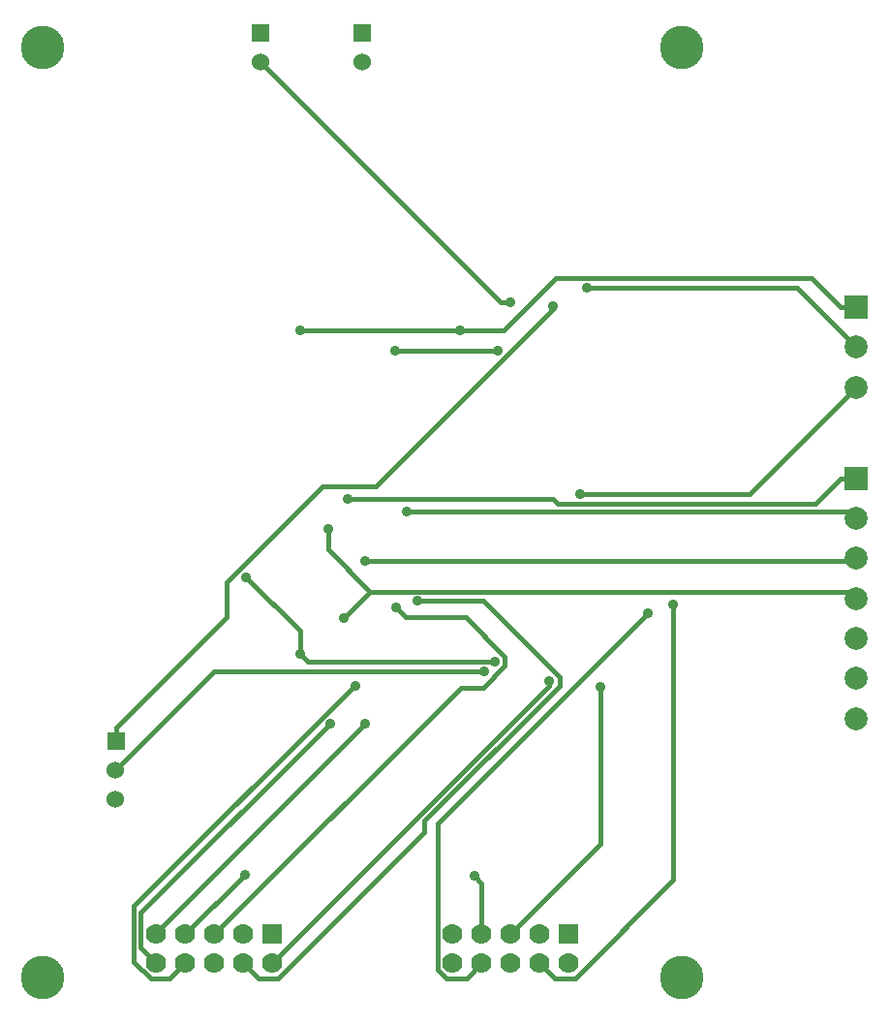
<source format=gbl>
G04 (created by PCBNEW (2013-jul-07)-stable) date Thu 19 Jul 2018 04:00:03 PM PDT*
%MOIN*%
G04 Gerber Fmt 3.4, Leading zero omitted, Abs format*
%FSLAX34Y34*%
G01*
G70*
G90*
G04 APERTURE LIST*
%ADD10C,0.00590551*%
%ADD11R,0.06X0.06*%
%ADD12C,0.06*%
%ADD13R,0.0787402X0.0787402*%
%ADD14C,0.0787402*%
%ADD15R,0.07X0.07*%
%ADD16C,0.07*%
%ADD17C,0.15*%
%ADD18C,0.035*%
%ADD19C,0.015*%
G04 APERTURE END LIST*
G54D10*
G54D11*
X34010Y-55350D03*
G54D12*
X33980Y-56350D03*
X33980Y-57350D03*
G54D11*
X39000Y-31000D03*
G54D12*
X39000Y-32000D03*
G54D11*
X42500Y-31000D03*
G54D12*
X42500Y-32000D03*
G54D13*
X59500Y-46316D03*
G54D14*
X59500Y-47694D03*
X59500Y-49072D03*
X59500Y-50450D03*
X59500Y-51827D03*
X59500Y-53205D03*
X59500Y-54583D03*
X59500Y-41800D03*
G54D13*
X59500Y-40422D03*
G54D14*
X59500Y-43178D03*
G54D15*
X39400Y-62000D03*
G54D16*
X39400Y-63000D03*
X38400Y-62000D03*
X38400Y-63000D03*
X37400Y-62000D03*
X37400Y-63000D03*
X36400Y-62000D03*
X36400Y-63000D03*
X35400Y-62000D03*
X35400Y-63000D03*
G54D15*
X49600Y-62000D03*
G54D16*
X49600Y-63000D03*
X48600Y-62000D03*
X48600Y-63000D03*
X47600Y-62000D03*
X47600Y-63000D03*
X46600Y-62000D03*
X46600Y-63000D03*
X45600Y-62000D03*
X45600Y-63000D03*
G54D17*
X31500Y-31500D03*
X53500Y-31500D03*
X53500Y-63500D03*
X31500Y-63500D03*
G54D18*
X40339Y-52350D03*
X47062Y-52616D03*
X38475Y-49706D03*
X47600Y-40268D03*
X49063Y-40398D03*
X50210Y-39760D03*
X52324Y-50952D03*
X46343Y-59988D03*
X50702Y-53498D03*
X44391Y-50539D03*
X43646Y-50772D03*
X38452Y-59947D03*
X42255Y-53447D03*
X42602Y-54742D03*
X41397Y-54742D03*
X53175Y-50640D03*
X45861Y-41226D03*
X48931Y-53289D03*
X40360Y-41228D03*
X46678Y-52956D03*
X50003Y-46858D03*
X43633Y-41914D03*
X47152Y-41914D03*
X41995Y-47022D03*
X44012Y-47446D03*
X42602Y-49170D03*
X41327Y-48050D03*
X41852Y-51122D03*
G54D19*
X40605Y-52616D02*
X47062Y-52616D01*
X40339Y-52350D02*
X40605Y-52616D01*
X40339Y-51570D02*
X38475Y-49706D01*
X40339Y-52350D02*
X40339Y-51570D01*
X47600Y-40268D02*
X47600Y-40268D01*
X47268Y-40268D02*
X47600Y-40268D01*
X39000Y-32000D02*
X47268Y-40268D01*
X34010Y-55350D02*
X34010Y-54894D01*
X49063Y-40476D02*
X49063Y-40398D01*
X42940Y-46600D02*
X49063Y-40476D01*
X41112Y-46600D02*
X42940Y-46600D01*
X37824Y-49888D02*
X41112Y-46600D01*
X37824Y-51080D02*
X37824Y-49888D01*
X34010Y-54894D02*
X37824Y-51080D01*
X57460Y-39760D02*
X50210Y-39760D01*
X59500Y-41800D02*
X57460Y-39760D01*
X45094Y-58182D02*
X52324Y-50952D01*
X45094Y-63209D02*
X45094Y-58182D01*
X45403Y-63517D02*
X45094Y-63209D01*
X46082Y-63517D02*
X45403Y-63517D01*
X46600Y-63000D02*
X46082Y-63517D01*
X46600Y-60244D02*
X46343Y-59988D01*
X46600Y-62000D02*
X46600Y-60244D01*
X50702Y-58897D02*
X50702Y-53498D01*
X47600Y-62000D02*
X50702Y-58897D01*
X38928Y-63528D02*
X38400Y-63000D01*
X39585Y-63528D02*
X38928Y-63528D01*
X44625Y-58489D02*
X39585Y-63528D01*
X44625Y-58100D02*
X44625Y-58489D01*
X49278Y-53446D02*
X44625Y-58100D01*
X49278Y-53160D02*
X49278Y-53446D01*
X46658Y-50539D02*
X49278Y-53160D01*
X44391Y-50539D02*
X46658Y-50539D01*
X45883Y-53516D02*
X37400Y-62000D01*
X46644Y-53516D02*
X45883Y-53516D01*
X47397Y-52763D02*
X46644Y-53516D01*
X47397Y-52446D02*
X47397Y-52763D01*
X46050Y-51100D02*
X47397Y-52446D01*
X43974Y-51100D02*
X46050Y-51100D01*
X43646Y-50772D02*
X43974Y-51100D01*
X36400Y-62000D02*
X38452Y-59947D01*
X42211Y-53447D02*
X42255Y-53447D01*
X34630Y-61028D02*
X42211Y-53447D01*
X34630Y-62944D02*
X34630Y-61028D01*
X35214Y-63528D02*
X34630Y-62944D01*
X35871Y-63528D02*
X35214Y-63528D01*
X36400Y-63000D02*
X35871Y-63528D01*
X35400Y-61945D02*
X42602Y-54742D01*
X35400Y-62000D02*
X35400Y-61945D01*
X34869Y-61269D02*
X41397Y-54742D01*
X34869Y-62469D02*
X34869Y-61269D01*
X35400Y-63000D02*
X34869Y-62469D01*
X53175Y-60139D02*
X53175Y-50640D01*
X49805Y-63508D02*
X53175Y-60139D01*
X49108Y-63508D02*
X49805Y-63508D01*
X48600Y-63000D02*
X49108Y-63508D01*
X48931Y-53468D02*
X48931Y-53289D01*
X39400Y-63000D02*
X48931Y-53468D01*
X59500Y-40422D02*
X58951Y-40422D01*
X45859Y-41228D02*
X45861Y-41226D01*
X40360Y-41228D02*
X45859Y-41228D01*
X57946Y-39417D02*
X58951Y-40422D01*
X49165Y-39417D02*
X57946Y-39417D01*
X47356Y-41226D02*
X49165Y-39417D01*
X45861Y-41226D02*
X47356Y-41226D01*
X37373Y-52956D02*
X46678Y-52956D01*
X33980Y-56350D02*
X37373Y-52956D01*
X55819Y-46858D02*
X59500Y-43177D01*
X50003Y-46858D02*
X55819Y-46858D01*
X47152Y-41914D02*
X43633Y-41914D01*
X59500Y-46316D02*
X58951Y-46316D01*
X49046Y-47022D02*
X41995Y-47022D01*
X49215Y-47191D02*
X49046Y-47022D01*
X58076Y-47191D02*
X49215Y-47191D01*
X58951Y-46316D02*
X58076Y-47191D01*
X59252Y-47446D02*
X44012Y-47446D01*
X59500Y-47694D02*
X59252Y-47446D01*
X59401Y-49170D02*
X42602Y-49170D01*
X59500Y-49072D02*
X59401Y-49170D01*
X42765Y-50209D02*
X41852Y-51122D01*
X59259Y-50209D02*
X42765Y-50209D01*
X59500Y-50450D02*
X59259Y-50209D01*
X41327Y-48772D02*
X41327Y-48050D01*
X42765Y-50209D02*
X41327Y-48772D01*
M02*

</source>
